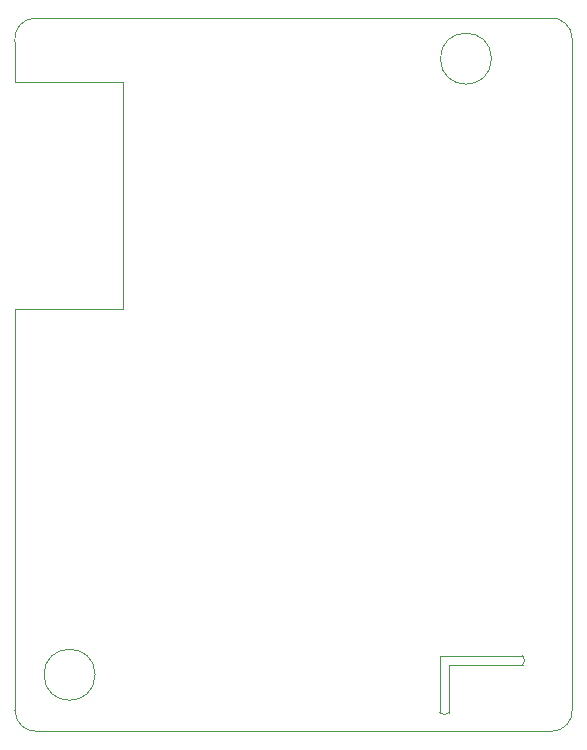
<source format=gm1>
G04 #@! TF.GenerationSoftware,KiCad,Pcbnew,6.0.7-f9a2dced07~116~ubuntu20.04.1*
G04 #@! TF.CreationDate,2022-12-02T22:22:49+05:00*
G04 #@! TF.ProjectId,smart light,736d6172-7420-46c6-9967-68742e6b6963,rev?*
G04 #@! TF.SameCoordinates,Original*
G04 #@! TF.FileFunction,Profile,NP*
%FSLAX46Y46*%
G04 Gerber Fmt 4.6, Leading zero omitted, Abs format (unit mm)*
G04 Created by KiCad (PCBNEW 6.0.7-f9a2dced07~116~ubuntu20.04.1) date 2022-12-02 22:22:49*
%MOMM*%
%LPD*%
G01*
G04 APERTURE LIST*
G04 #@! TA.AperFunction,Profile*
%ADD10C,0.100000*%
G04 #@! TD*
G04 APERTURE END LIST*
D10*
X185089540Y-43581685D02*
G75*
G03*
X183100663Y-41840460I-1756622J25D01*
G01*
X174694418Y-96640460D02*
X180894418Y-96640460D01*
X137894418Y-66440460D02*
X137905564Y-100440460D01*
X139894418Y-102240460D02*
X183353193Y-102235559D01*
X180894418Y-96640460D02*
G75*
G03*
X180894418Y-95840460I-353126J400000D01*
G01*
X137894418Y-43834215D02*
X137894418Y-47240460D01*
X173894418Y-100640460D02*
G75*
G03*
X174694418Y-100640460I400000J353100D01*
G01*
X173894418Y-95840460D02*
X173894418Y-100640460D01*
X137905550Y-100440460D02*
G75*
G03*
X139894418Y-102240460I1808968J0D01*
G01*
X144694419Y-97440460D02*
G75*
G03*
X144694419Y-97440460I-2163331J0D01*
G01*
X185094418Y-100240460D02*
X185089517Y-43581685D01*
X147094418Y-47240460D02*
X147094418Y-66440460D01*
X174694418Y-100640460D02*
X174694418Y-96640460D01*
X139635643Y-41845338D02*
G75*
G03*
X137894418Y-43834215I-25J-1756622D01*
G01*
X147094418Y-47240460D02*
X137894418Y-47240460D01*
X180894418Y-95840460D02*
X173894418Y-95840460D01*
X183353193Y-102235510D02*
G75*
G03*
X185094418Y-100240460I25J1757350D01*
G01*
X178257749Y-45277130D02*
G75*
G03*
X178257749Y-45277130I-2163331J0D01*
G01*
X183100663Y-41840460D02*
X139635643Y-41845361D01*
X147094418Y-66440460D02*
X137894418Y-66440460D01*
M02*

</source>
